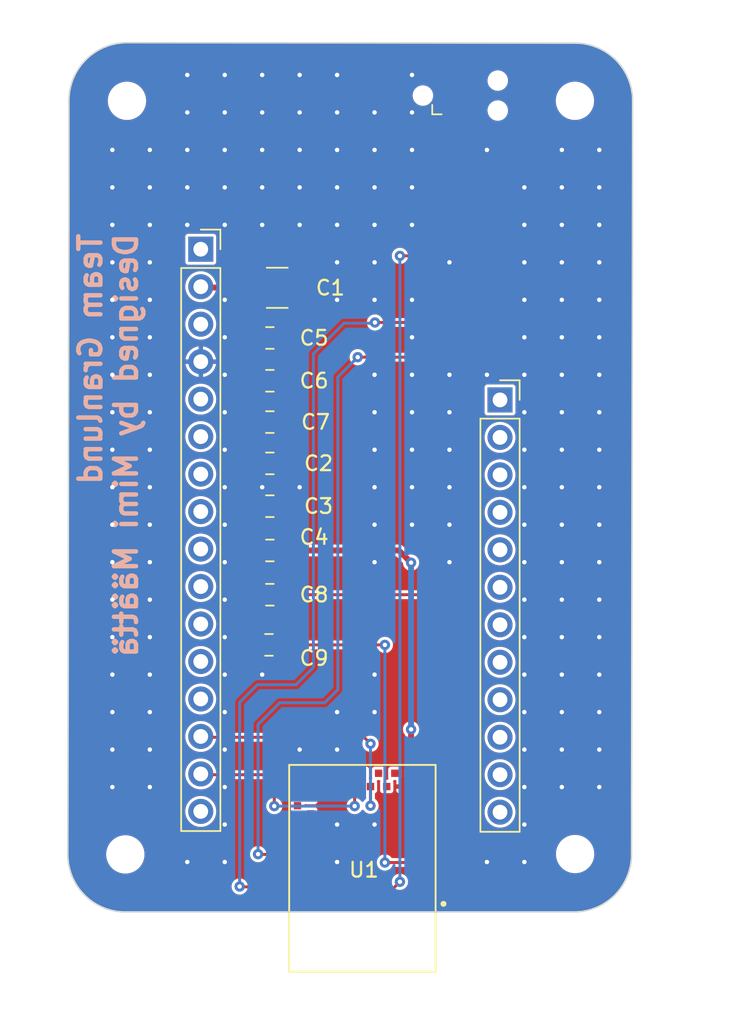
<source format=kicad_pcb>
(kicad_pcb (version 20221018) (generator pcbnew)
  (layers (0 "F.Cu" signal) (31 "B.Cu" signal) (34 "B.Paste" user) (35 "F.Paste" user) (36 "B.SilkS" user "B.Silkscreen") (37 "F.SilkS" user "F.Silkscreen") (38 "B.Mask" user) (39 "F.Mask" user) (44 "Edge.Cuts" user))
  (net 0 "")
  (net 1 "VCC")
  (net 2 "GND")
  (net 3 "Net-(U1-P0.26)")
  (net 4 "Net-(U1-P0.25)")
  (net 16 "/RX")
  (net 17 "/TX")
  (net 31 "/SW_DIO")
  (net 32 "/RESET")
  (net 33 "/SW_CLK")
  (footprint "Connector_PinSocket_2.54mm:PinSocket_1x16_P2.54mm_Vertical" (layer "F.Cu") (at 213.2838 106.299)
    (fp_text reference "J1" hide)
    (fp_text value "Conn_01x16_Socket" hide)
    (fp_line (start -1.33 1.27) (end -1.33 39.43) (stroke (width 0.12)) (layer "F.SilkS"))
    (fp_line (start -1.33 1.27) (end 1.33 1.27) (stroke (width 0.12)) (layer "F.SilkS"))
    (fp_line (start -1.33 39.43) (end 1.33 39.43) (stroke (width 0.12)) (layer "F.SilkS"))
    (fp_line (start 0 -1.33) (end 1.33 -1.33) (stroke (width 0.12)) (layer "F.SilkS"))
    (fp_line (start 1.33 -1.33) (end 1.33 0) (stroke (width 0.12)) (layer "F.SilkS"))
    (fp_line (start 1.33 1.27) (end 1.33 39.43) (stroke (width 0.12)) (layer "F.SilkS"))
    (pad "1" thru_hole rect (at 0 0) (size 1.7 1.7) (drill 1) (layers "*.Cu" "*.Mask"))
    (pad "2" thru_hole oval (at 0 2.54) (size 1.7 1.7) (drill 1) (layers "*.Cu" "*.Mask") (net 1 "VCC"))
    (pad "3" thru_hole oval (at 0 5.08) (size 1.7 1.7) (drill 1) (layers "*.Cu" "*.Mask"))
    (pad "4" thru_hole oval (at 0 7.62) (size 1.7 1.7) (drill 1) (layers "*.Cu" "*.Mask") (net 2 "GND"))
    (pad "5" thru_hole oval (at 0 10.16) (size 1.7 1.7) (drill 1) (layers "*.Cu" "*.Mask"))
    (pad "6" thru_hole oval (at 0 12.7) (size 1.7 1.7) (drill 1) (layers "*.Cu" "*.Mask"))
    (pad "7" thru_hole oval (at 0 15.24) (size 1.7 1.7) (drill 1) (layers "*.Cu" "*.Mask"))
    (pad "8" thru_hole oval (at 0 17.78) (size 1.7 1.7) (drill 1) (layers "*.Cu" "*.Mask"))
    (pad "9" thru_hole oval (at 0 20.32) (size 1.7 1.7) (drill 1) (layers "*.Cu" "*.Mask"))
    (pad "10" thru_hole oval (at 0 22.86) (size 1.7 1.7) (drill 1) (layers "*.Cu" "*.Mask"))
    (pad "11" thru_hole oval (at 0 25.4) (size 1.7 1.7) (drill 1) (layers "*.Cu" "*.Mask"))
    (pad "12" thru_hole oval (at 0 27.94) (size 1.7 1.7) (drill 1) (layers "*.Cu" "*.Mask"))
    (pad "13" thru_hole oval (at 0 30.48) (size 1.7 1.7) (drill 1) (layers "*.Cu" "*.Mask"))
    (pad "14" thru_hole oval (at 0 33.02) (size 1.7 1.7) (drill 1) (layers "*.Cu" "*.Mask") (net 16 "/RX"))
    (pad "15" thru_hole oval (at 0 35.56) (size 1.7 1.7) (drill 1) (layers "*.Cu" "*.Mask") (net 17 "/TX"))
    (pad "16" thru_hole oval (at 0 38.1) (size 1.7 1.7) (drill 1) (layers "*.Cu" "*.Mask"))
  )
  (footprint "Capacitor_SMD:C_0805_2012Metric_Pad1.18x1.45mm_HandSolder" (layer "F.Cu") (at 217.97 118.0135 180)
    (fp_text reference "C7" (at -3.1 0) (layer "F.SilkS") (effects (font (thickness 0.156))))
    (fp_text value "100n")
    (fp_line (start -0.261252 -0.735) (end 0.261252 -0.735) (stroke (width 0.12)) (layer "F.SilkS"))
    (fp_line (start -0.261252 0.735) (end 0.261252 0.735) (stroke (width 0.12)) (layer "F.SilkS"))
    (pad "1" smd roundrect (at -1.0375 0 180) (size 1.175 1.45) (layers "F.Cu" "F.Paste" "F.Mask") (roundrect_rratio 0.2127659574) (net 1 "VCC"))
    (pad "2" smd roundrect (at 1.0375 0 180) (size 1.175 1.45) (layers "F.Cu" "F.Paste" "F.Mask") (roundrect_rratio 0.2127659574) (net 2 "GND"))
  )
  (footprint "Capacitor_SMD:C_0805_2012Metric_Pad1.18x1.45mm_HandSolder" (layer "F.Cu") (at 217.97 112.3135 180)
    (fp_text reference "C5" (at -3 0) (layer "F.SilkS") (effects (font (thickness 0.156))))
    (fp_text value "10u")
    (fp_line (start -0.261252 -0.735) (end 0.261252 -0.735) (stroke (width 0.12)) (layer "F.SilkS"))
    (fp_line (start -0.261252 0.735) (end 0.261252 0.735) (stroke (width 0.12)) (layer "F.SilkS"))
    (pad "1" smd roundrect (at -1.0375 0 180) (size 1.175 1.45) (layers "F.Cu" "F.Paste" "F.Mask") (roundrect_rratio 0.2127659574) (net 1 "VCC"))
    (pad "2" smd roundrect (at 1.0375 0 180) (size 1.175 1.45) (layers "F.Cu" "F.Paste" "F.Mask") (roundrect_rratio 0.2127659574) (net 2 "GND"))
  )
  (footprint "Capacitor_SMD:C_0805_2012Metric_Pad1.18x1.45mm_HandSolder" (layer "F.Cu") (at 217.97 126.7135)
    (fp_text reference "C4" (at 3 -0.9) (layer "F.SilkS") (effects (font (thickness 0.156))))
    (fp_text value "100n")
    (fp_line (start -0.261252 -0.735) (end 0.261252 -0.735) (stroke (width 0.12)) (layer "F.SilkS"))
    (fp_line (start -0.261252 0.735) (end 0.261252 0.735) (stroke (width 0.12)) (layer "F.SilkS"))
    (pad "1" smd roundrect (at -1.0375 0) (size 1.175 1.45) (layers "F.Cu" "F.Paste" "F.Mask") (roundrect_rratio 0.2127659574) (net 2 "GND"))
    (pad "2" smd roundrect (at 1.0375 0) (size 1.175 1.45) (layers "F.Cu" "F.Paste" "F.Mask") (roundrect_rratio 0.2127659574) (net 1 "VCC"))
  )
  (footprint "Connector_PinSocket_2.54mm:PinSocket_1x12_P2.54mm_Vertical" (layer "F.Cu") (at 233.5784 116.5098)
    (fp_text reference "J2" hide)
    (fp_text value "Conn_01x12_Socket" hide)
    (fp_line (start -1.33 1.27) (end -1.33 29.27) (stroke (width 0.12)) (layer "F.SilkS"))
    (fp_line (start -1.33 1.27) (end 1.33 1.27) (stroke (width 0.12)) (layer "F.SilkS"))
    (fp_line (start -1.33 29.27) (end 1.33 29.27) (stroke (width 0.12)) (layer "F.SilkS"))
    (fp_line (start 0 -1.33) (end 1.33 -1.33) (stroke (width 0.12)) (layer "F.SilkS"))
    (fp_line (start 1.33 -1.33) (end 1.33 0) (stroke (width 0.12)) (layer "F.SilkS"))
    (fp_line (start 1.33 1.27) (end 1.33 29.27) (stroke (width 0.12)) (layer "F.SilkS"))
    (pad "1" thru_hole rect (at 0 0) (size 1.7 1.7) (drill 1) (layers "*.Cu" "*.Mask"))
    (pad "2" thru_hole oval (at 0 2.54) (size 1.7 1.7) (drill 1) (layers "*.Cu" "*.Mask"))
    (pad "3" thru_hole oval (at 0 5.08) (size 1.7 1.7) (drill 1) (layers "*.Cu" "*.Mask"))
    (pad "4" thru_hole oval (at 0 7.62) (size 1.7 1.7) (drill 1) (layers "*.Cu" "*.Mask"))
    (pad "5" thru_hole oval (at 0 10.16) (size 1.7 1.7) (drill 1) (layers "*.Cu" "*.Mask"))
    (pad "6" thru_hole oval (at 0 12.7) (size 1.7 1.7) (drill 1) (layers "*.Cu" "*.Mask"))
    (pad "7" thru_hole oval (at 0 15.24) (size 1.7 1.7) (drill 1) (layers "*.Cu" "*.Mask"))
    (pad "8" thru_hole oval (at 0 17.78) (size 1.7 1.7) (drill 1) (layers "*.Cu" "*.Mask"))
    (pad "9" thru_hole oval (at 0 20.32) (size 1.7 1.7) (drill 1) (layers "*.Cu" "*.Mask"))
    (pad "10" thru_hole oval (at 0 22.86) (size 1.7 1.7) (drill 1) (layers "*.Cu" "*.Mask"))
    (pad "11" thru_hole oval (at 0 25.4) (size 1.7 1.7) (drill 1) (layers "*.Cu" "*.Mask"))
    (pad "12" thru_hole oval (at 0 27.94) (size 1.7 1.7) (drill 1) (layers "*.Cu" "*.Mask"))
  )
  (footprint "Capacitor_SMD:C_0805_2012Metric_Pad1.18x1.45mm_HandSolder" (layer "F.Cu") (at 217.97 129.7135 180)
    (fp_text reference "C8" (at -3 0) (layer "F.SilkS") (effects (font (thickness 0.156))))
    (fp_text value "12p")
    (fp_line (start -0.261252 -0.735) (end 0.261252 -0.735) (stroke (width 0.12)) (layer "F.SilkS"))
    (fp_line (start -0.261252 0.735) (end 0.261252 0.735) (stroke (width 0.12)) (layer "F.SilkS"))
    (pad "1" smd roundrect (at -1.0375 0 180) (size 1.175 1.45) (layers "F.Cu" "F.Paste" "F.Mask") (roundrect_rratio 0.2127659574) (net 3 "Net-(U1-P0.26)"))
    (pad "2" smd roundrect (at 1.0375 0 180) (size 1.175 1.45) (layers "F.Cu" "F.Paste" "F.Mask") (roundrect_rratio 0.2127659574) (net 2 "GND"))
  )
  (footprint "BMD-301-A-R:BMD-301-A-R" (layer "F.Cu") (at 224.245 148.2635 180)
    (fp_text reference "U1" (at -0.1 -0.1) (layer "F.SilkS") (effects (font (thickness 0.156))))
    (fp_text value "BMD-301-A-R")
    (fp_line (start -4.965 -7) (end 4.965 -7) (stroke (width 0.127)) (layer "F.SilkS"))
    (fp_line (start -4.965 7.015) (end -4.965 -7) (stroke (width 0.127)) (layer "F.SilkS"))
    (fp_line (start 4.965 -7) (end 4.965 7.015) (stroke (width 0.127)) (layer "F.SilkS"))
    (fp_line (start 4.965 7.015) (end -4.965 7.015) (stroke (width 0.127)) (layer "F.SilkS"))
    (fp_circle (center -5.5 -2.4) (end -5.4 -2.4) (stroke (width 0.2)) (fill none) (layer "F.SilkS"))
    (pad "1" smd rect (at -4.4 -2.35 90) (size 0.5 0.5) (layers "F.Cu" "F.Paste" "F.Mask") (net 2 "GND"))
    (pad "2" smd rect (at -3.5 -1.8 90) (size 0.5 0.5) (layers "F.Cu" "F.Paste" "F.Mask") (net 2 "GND"))
    (pad "3" smd rect (at -4.4 -1.25 90) (size 0.5 0.5) (layers "F.Cu" "F.Paste" "F.Mask") (net 2 "GND"))
    (pad "4" smd rect (at -3.5 -0.7 90) (size 0.5 0.5) (layers "F.Cu" "F.Paste" "F.Mask") (net 2 "GND"))
    (pad "5" smd rect (at -4.4 -0.15 90) (size 0.5 0.5) (layers "F.Cu" "F.Paste" "F.Mask") (net 2 "GND"))
    (pad "6" smd rect (at -3.5 0.4 90) (size 0.5 0.5) (layers "F.Cu" "F.Paste" "F.Mask") (net 4 "Net-(U1-P0.25)"))
    (pad "7" smd rect (at -4.4 0.95 90) (size 0.5 0.5) (layers "F.Cu" "F.Paste" "F.Mask") (net 3 "Net-(U1-P0.26)"))
    (pad "8" smd rect (at -3.5 1.5 90) (size 0.5 0.5) (layers "F.Cu" "F.Paste" "F.Mask"))
    (pad "9" smd rect (at -4.4 2.05 90) (size 0.5 0.5) (layers "F.Cu" "F.Paste" "F.Mask"))
    (pad "10" smd rect (at -3.5 2.6 90) (size 0.5 0.5) (layers "F.Cu" "F.Paste" "F.Mask"))
    (pad "11" smd rect (at -4.4 3.15 90) (size 0.5 0.5) (layers "F.Cu" "F.Paste" "F.Mask"))
    (pad "12" smd rect (at -3.5 3.7 90) (size 0.5 0.5) (layers "F.Cu" "F.Paste" "F.Mask"))
    (pad "13" smd rect (at -4.4 4.25 90) (size 0.5 0.5) (layers "F.Cu" "F.Paste" "F.Mask"))
    (pad "14" smd rect (at -3.5 4.8 90) (size 0.5 0.5) (layers "F.Cu" "F.Paste" "F.Mask"))
    (pad "15" smd rect (at -4.4 5.35 90) (size 0.5 0.5) (layers "F.Cu" "F.Paste" "F.Mask"))
    (pad "16" smd rect (at -4.4 6.45 90) (size 0.5 0.5) (layers "F.Cu" "F.Paste" "F.Mask") (net 2 "GND"))
    (pad "17" smd rect (at -3.3 6.45 90) (size 0.5 0.5) (layers "F.Cu" "F.Paste" "F.Mask") (net 1 "VCC"))
    (pad "18" smd rect (at -2.75 5.55 90) (size 0.5 0.5) (layers "F.Cu" "F.Paste" "F.Mask") (net 2 "GND"))
    (pad "19" smd rect (at -2.2 6.45 90) (size 0.5 0.5) (layers "F.Cu" "F.Paste" "F.Mask"))
    (pad "20" smd rect (at -1.65 5.55 90) (size 0.5 0.5) (layers "F.Cu" "F.Paste" "F.Mask"))
    (pad "21" smd rect (at -1.1 6.45 90) (size 0.5 0.5) (layers "F.Cu" "F.Paste" "F.Mask"))
    (pad "22" smd rect (at -0.55 5.55 90) (size 0.5 0.5) (layers "F.Cu" "F.Paste" "F.Mask") (net 16 "/RX"))
    (pad "23" smd rect (at 0 6.45 90) (size 0.5 0.5) (layers "F.Cu" "F.Paste" "F.Mask"))
    (pad "24" smd rect (at 0.55 5.55 90) (size 0.5 0.5) (layers "F.Cu" "F.Paste" "F.Mask") (net 17 "/TX"))
    (pad "25" smd rect (at 1.1 6.45 90) (size 0.5 0.5) (layers "F.Cu" "F.Paste" "F.Mask"))
    (pad "26" smd rect (at 1.65 5.55 90) (size 0.5 0.5) (layers "F.Cu" "F.Paste" "F.Mask"))
    (pad "27" smd rect (at 2.2 6.45 90) (size 0.5 0.5) (layers "F.Cu" "F.Paste" "F.Mask"))
    (pad "28" smd rect (at 2.75 5.55 90) (size 0.5 0.5) (layers "F.Cu" "F.Paste" "F.Mask"))
    (pad "29" smd rect (at 3.3 6.45 90) (size 0.5 0.5) (layers "F.Cu" "F.Paste" "F.Mask") (net 2 "GND"))
    (pad "30" smd rect (at 4.4 6.45 90) (size 0.5 0.5) (layers "F.Cu" "F.Paste" "F.Mask") (net 2 "GND"))
    (pad "31" smd rect (at 4.4 5.35 90) (size 0.5 0.5) (layers "F.Cu" "F.Paste" "F.Mask"))
    (pad "32" smd rect (at 3.5 4.8 90) (size 0.5 0.5) (layers "F.Cu" "F.Paste" "F.Mask"))
    (pad "33" smd rect (at 4.4 4.25 90) (size 0.5 0.5) (layers "F.Cu" "F.Paste" "F.Mask"))
    (pad "34" smd rect (at 3.5 3.7 90) (size 0.5 0.5) (layers "F.Cu" "F.Paste" "F.Mask"))
    (pad "35" smd rect (at 4.4 3.15 90) (size 0.5 0.5) (layers "F.Cu" "F.Paste" "F.Mask"))
    (pad "36" smd rect (at 3.5 2.6 90) (size 0.5 0.5) (layers "F.Cu" "F.Paste" "F.Mask"))
    (pad "37" smd rect (at 4.4 2.05 90) (size 0.5 0.5) (layers "F.Cu" "F.Paste" "F.Mask"))
    (pad "38" smd rect (at 3.5 1.5 90) (size 0.5 0.5) (layers "F.Cu" "F.Paste" "F.Mask"))
    (pad "39" smd rect (at 4.4 0.95 90) (size 0.5 0.5) (layers "F.Cu" "F.Paste" "F.Mask") (net 32 "/RESET"))
    (pad "40" smd rect (at 3.5 0.4 90) (size 0.5 0.5) (layers "F.Cu" "F.Paste" "F.Mask"))
    (pad "41" smd rect (at 4.4 -0.15 90) (size 0.5 0.5) (layers "F.Cu" "F.Paste" "F.Mask"))
    (pad "42" smd rect (at 3.5 -0.7 90) (size 0.5 0.5) (layers "F.Cu" "F.Paste" "F.Mask"))
    (pad "43" smd rect (at 4.4 -1.25 90) (size 0.5 0.5) (layers "F.Cu" "F.Paste" "F.Mask") (net 33 "/SW_CLK"))
    (pad "44" smd rect (at 3.5 -1.8 90) (size 0.5 0.5) (layers "F.Cu" "F.Paste" "F.Mask") (net 31 "/SW_DIO"))
    (pad "45" smd rect (at 4.4 -2.35 90) (size 0.5 0.5) (layers "F.Cu" "F.Paste" "F.Mask") (net 2 "GND"))
    (pad "46" smd rect (at 1.65 -2.35 90) (size 0.5 0.5) (layers "F.Cu" "F.Paste" "F.Mask") (net 2 "GND"))
    (pad "47" smd rect (at -1.65 -2.35 90) (size 0.5 0.5) (layers "F.Cu" "F.Paste" "F.Mask") (net 2 "GND"))
    (zone (net 0) (net_name "") (layer "F.Cu") (connect_pads (clearance 0)) (min_thickness 0.01)
      (keepout (tracks not_allowed) (vias not_allowed) (pads not_allowed) (copperpour not_allowed) (footprints allowed))
      (fill (thermal_gap 0.508) (thermal_bridge_width 0.508))
      (polygon (pts (xy 229.175 155.2635) (xy 219.275 155.2635) (xy 219.275 150.8735) (xy 229.175 150.8735)))
    )
  )
  (footprint "Connector:Tag-Connect_TC2030-IDC-NL_2x03_P1.27mm_Vertical" (layer "F.Cu") (at 230.886 95.885)
    (fp_text reference "TC1" hide)
    (fp_text value "TC2030-IDC" hide)
    (fp_line (start -1.905 1.27) (end -1.905 0.635) (stroke (width 0.12)) (layer "F.SilkS"))
    (fp_line (start -1.27 1.27) (end -1.905 1.27) (stroke (width 0.12)) (layer "F.SilkS"))
    (pad "" np_thru_hole circle (at -2.54 0) (size 0.9906 0.9906) (drill 0.9906) (layers "*.Cu" "*.Mask"))
    (pad "" np_thru_hole circle (at 2.54 -1.016) (size 0.9906 0.9906) (drill 0.9906) (layers "*.Cu" "*.Mask"))
    (pad "" np_thru_hole circle (at 2.54 1.016) (size 0.9906 0.9906) (drill 0.9906) (layers "*.Cu" "*.Mask"))
    (pad "1" connect circle (at -1.27 0.635) (size 0.7874 0.7874) (layers "F.Cu" "F.Mask") (net 31 "/SW_DIO"))
    (pad "2" connect circle (at -1.27 -0.635) (size 0.7874 0.7874) (layers "F.Cu" "F.Mask") (net 1 "VCC"))
    (pad "3" connect circle (at 0 0.635) (size 0.7874 0.7874) (layers "F.Cu" "F.Mask") (net 33 "/SW_CLK"))
    (pad "4" connect circle (at 0 -0.635) (size 0.7874 0.7874) (layers "F.Cu" "F.Mask") (net 32 "/RESET"))
    (pad "5" connect circle (at 1.27 0.635) (size 0.7874 0.7874) (layers "F.Cu" "F.Mask"))
    (pad "6" connect circle (at 1.27 -0.635) (size 0.7874 0.7874) (layers "F.Cu" "F.Mask") (net 2 "GND"))
    (zone (net 0) (net_name "") (layer "F.Cu") (connect_pads (clearance 0)) (min_thickness 0.254)
      (keepout (tracks allowed) (vias not_allowed) (pads allowed) (copperpour not_allowed) (footprints not_allowed))
      (fill (thermal_gap 0.508) (thermal_bridge_width 0.508))
      (polygon (pts (xy 232.156 95.25) (xy 229.616 95.25) (xy 229.616 96.52) (xy 232.156 96.52)))
    )
  )
  (footprint "MountingHole:MountingHole_2.2mm_M2" (layer "F.Cu") (at 208.28 96.2406)
    (fp_text reference "REF**" hide)
    (fp_text value "MountingHole_2.2mm_M2" hide)
    (pad "" np_thru_hole circle (at 0 0) (size 2.2 2.2) (drill 2.2) (layers "*.Cu" "*.Mask"))
  )
  (footprint "Capacitor_SMD:C_0805_2012Metric_Pad1.18x1.45mm_HandSolder" (layer "F.Cu") (at 217.97 123.7135)
    (fp_text reference "C3" (at 3.3 0) (layer "F.SilkS") (effects (font (thickness 0.156))))
    (fp_text value "1u")
    (fp_line (start -0.261252 -0.735) (end 0.261252 -0.735) (stroke (width 0.12)) (layer "F.SilkS"))
    (fp_line (start -0.261252 0.735) (end 0.261252 0.735) (stroke (width 0.12)) (layer "F.SilkS"))
    (pad "1" smd roundrect (at -1.0375 0) (size 1.175 1.45) (layers "F.Cu" "F.Paste" "F.Mask") (roundrect_rratio 0.2127659574) (net 2 "GND"))
    (pad "2" smd roundrect (at 1.0375 0) (size 1.175 1.45) (layers "F.Cu" "F.Paste" "F.Mask") (roundrect_rratio 0.2127659574) (net 1 "VCC"))
  )
  (footprint "Capacitor_SMD:C_0805_2012Metric_Pad1.18x1.45mm_HandSolder" (layer "F.Cu") (at 217.97 120.8135)
    (fp_text reference "C2" (at 3.3 0) (layer "F.SilkS") (effects (font (thickness 0.156))))
    (fp_text value "10u")
    (fp_line (start -0.261252 -0.735) (end 0.261252 -0.735) (stroke (width 0.12)) (layer "F.SilkS"))
    (fp_line (start -0.261252 0.735) (end 0.261252 0.735) (stroke (width 0.12)) (layer "F.SilkS"))
    (pad "1" smd roundrect (at -1.0375 0) (size 1.175 1.45) (layers "F.Cu" "F.Paste" "F.Mask") (roundrect_rratio 0.2127659574) (net 2 "GND"))
    (pad "2" smd roundrect (at 1.0375 0) (size 1.175 1.45) (layers "F.Cu" "F.Paste" "F.Mask") (roundrect_rratio 0.2127659574) (net 1 "VCC"))
  )
  (footprint "MountingHole:MountingHole_2.2mm_M2" (layer "F.Cu") (at 208.17 147.3135)
    (fp_text reference "REF**" hide)
    (fp_text value "MountingHole_2.2mm_M2" hide)
    (pad "" np_thru_hole circle (at 0 0) (size 2.2 2.2) (drill 2.2) (layers "F&B.Cu" "*.Mask"))
  )
  (footprint "Capacitor_SMD:C_0805_2012Metric_Pad1.18x1.45mm_HandSolder" (layer "F.Cu") (at 217.9075 133.1135 180)
    (fp_text reference "C9" (at -3.0625 -0.9) (layer "F.SilkS") (effects (font (thickness 0.156))))
    (fp_text value "12p")
    (fp_line (start -0.261252 -0.735) (end 0.261252 -0.735) (stroke (width 0.12)) (layer "F.SilkS"))
    (fp_line (start -0.261252 0.735) (end 0.261252 0.735) (stroke (width 0.12)) (layer "F.SilkS"))
    (pad "1" smd roundrect (at -1.0375 0 180) (size 1.175 1.45) (layers "F.Cu" "F.Paste" "F.Mask") (roundrect_rratio 0.2127659574) (net 4 "Net-(U1-P0.25)"))
    (pad "2" smd roundrect (at 1.0375 0 180) (size 1.175 1.45) (layers "F.Cu" "F.Paste" "F.Mask") (roundrect_rratio 0.2127659574) (net 2 "GND"))
  )
  (footprint "MountingHole:MountingHole_2.2mm_M2" (layer "F.Cu") (at 238.67 147.2885)
    (fp_text reference "REF**" hide)
    (fp_text value "MountingHole_2.2mm_M2" hide)
    (pad "" np_thru_hole circle (at 0 0) (size 2.2 2.2) (drill 2.2) (layers "F&B.Cu" "*.Mask"))
  )
  (footprint "MountingHole:MountingHole_2.2mm_M2" (layer "F.Cu") (at 238.6584 96.2406)
    (fp_text reference "REF**" hide)
    (fp_text value "MountingHole_2.2mm_M2" hide)
    (pad "" np_thru_hole circle (at 0 0) (size 2.2 2.2) (drill 2.2) (layers "*.Cu" "*.Mask"))
  )
  (footprint "Capacitor_SMD:C_0805_2012Metric_Pad1.18x1.45mm_HandSolder" (layer "F.Cu") (at 217.97 115.2135 180)
    (fp_text reference "C6" (at -3 0) (layer "F.SilkS") (effects (font (thickness 0.156))))
    (fp_text value "1u")
    (fp_line (start -0.261252 -0.735) (end 0.261252 -0.735) (stroke (width 0.12)) (layer "F.SilkS"))
    (fp_line (start -0.261252 0.735) (end 0.261252 0.735) (stroke (width 0.12)) (layer "F.SilkS"))
    (pad "1" smd roundrect (at -1.0375 0 180) (size 1.175 1.45) (layers "F.Cu" "F.Paste" "F.Mask") (roundrect_rratio 0.2127659574) (net 1 "VCC"))
    (pad "2" smd roundrect (at 1.0375 0 180) (size 1.175 1.45) (layers "F.Cu" "F.Paste" "F.Mask") (roundrect_rratio 0.2127659574) (net 2 "GND"))
  )
  (footprint "Capacitor_SMD:C_1210_3225Metric_Pad1.33x2.70mm_HandSolder" (layer "F.Cu") (at 218.47 108.9135)
    (fp_text reference "C1" (at 3.6 0) (layer "F.SilkS") (effects (font (thickness 0.156))))
    (fp_text value "100u")
    (fp_line (start -0.711252 -1.36) (end 0.711252 -1.36) (stroke (width 0.12)) (layer "F.SilkS"))
    (fp_line (start -0.711252 1.36) (end 0.711252 1.36) (stroke (width 0.12)) (layer "F.SilkS"))
    (pad "1" smd roundrect (at -1.5625 0) (size 1.325 2.7) (layers "F.Cu" "F.Paste" "F.Mask") (roundrect_rratio 0.1886792453) (net 2 "GND"))
    (pad "2" smd roundrect (at 1.5625 0) (size 1.325 2.7) (layers "F.Cu" "F.Paste" "F.Mask") (roundrect_rratio 0.1886792453) (net 1 "VCC"))
  )
  (gr_arc (start 208.17 151.2135) (mid 205.412284 150.071216) (end 204.27 147.3135) (stroke (width 0.1)) (layer "Edge.Cuts"))
  (gr_line (start 208.28 92.3036) (end 238.6584 92.329) (stroke (width 0.1)) (layer "Edge.Cuts"))
  (gr_arc (start 242.495 147.3135) (mid 241.352716 150.071216) (end 238.595 151.2135) (stroke (width 0.1)) (layer "Edge.Cuts"))
  (gr_arc (start 204.343 96.2406) (mid 205.496121 93.456721) (end 208.28 92.3036) (stroke (width 0.1)) (layer "Edge.Cuts"))
  (gr_line (start 204.343 96.2406) (end 204.343 101.1174) (stroke (width 0.1)) (layer "Edge.Cuts"))
  (gr_line (start 204.345 103.6135) (end 204.27 147.3135) (stroke (width 0.1)) (layer "Edge.Cuts"))
  (gr_line (start 242.57 96.2406) (end 242.495 147.3135) (stroke (width 0.1)) (layer "Edge.Cuts"))
  (gr_line (start 204.343 101.1174) (end 204.345 103.6135) (stroke (width 0.1)) (layer "Edge.Cuts"))
  (gr_arc (start 238.6584 92.329) (mid 241.424319 93.474681) (end 242.57 96.2406) (stroke (width 0.1)) (layer "Edge.Cuts"))
  (gr_line (start 238.595 151.2135) (end 208.17 151.2135) (stroke (width 0.1)) (layer "Edge.Cuts"))
  (gr_text "Team Granlund\nDesigned by Mimi Määttä" (at 209.0928 105.0798 90) (layer "B.SilkS") (effects (font (size 1.5 1.5) (thickness 0.3) bold) (justify left bottom mirror)))
  (segment (start 215.895 106.3385) (end 219.145 106.3385) (width 0.4) (layer "F.Cu") (net 1))
  (segment (start 229.616 94.234) (end 229.616 95.25) (width 0.4) (layer "F.Cu") (net 1))
  (segment (start 219.0075 115.2135) (end 219.0075 118.0135) (width 0.4) (layer "F.Cu") (net 1))
  (segment (start 220.0325 107.226) (end 220.0325 108.9135) (width 0.4) (layer "F.Cu") (net 1))
  (segment (start 219.0075 123.7135) (end 219.0075 126.7135) (width 0.4) (layer "F.Cu") (net 1))
  (segment (start 219.0075 126.7135) (end 226.72 126.7135) (width 0.4) (layer "F.Cu") (net 1))
  (segment (start 219.0075 118.0135) (end 219.0075 120.8135) (width 0.4) (layer "F.Cu") (net 1))
  (segment (start 220.0325 108.9135) (end 223.0645 108.9135) (width 0.4) (layer "F.Cu") (net 1))
  (segment (start 229.108 93.726) (end 229.616 94.234) (width 0.4) (layer "F.Cu") (net 1))
  (segment (start 220.0325 108.9135) (end 220.0325 111.2885) (width 0.4) (layer "F.Cu") (net 1))
  (segment (start 224.2566 95.7834) (end 226.314 93.726) (width 0.4) (layer "F.Cu") (net 1))
  (segment (start 215.445 106.7885) (end 215.895 106.3385) (width 0.4) (layer "F.Cu") (net 1))
  (segment (start 219.0075 120.8135) (end 219.0075 123.7135) (width 0.4) (layer "F.Cu") (net 1))
  (segment (start 223.0645 108.9135) (end 224.2566 107.7214) (width 0.4) (layer "F.Cu") (net 1))
  (segment (start 226.314 93.726) (end 229.108 93.726) (width 0.4) (layer "F.Cu") (net 1))
  (segment (start 224.2566 107.7214) (end 224.2566 97.536) (width 0.4) (layer "F.Cu") (net 1))
  (segment (start 224.2566 97.536) (end 224.2566 95.7834) (width 0.4) (layer "F.Cu") (net 1))
  (segment (start 215.445 108.4885) (end 215.445 106.7885) (width 0.4) (layer "F.Cu") (net 1))
  (segment (start 213.275 108.8935) (end 215.04 108.8935) (width 0.4) (layer "F.Cu") (net 1))
  (segment (start 227.545 138.8385) (end 227.545 141.8135) (width 0.4) (layer "F.Cu") (net 1))
  (segment (start 220.0325 111.2885) (end 219.0075 112.3135) (width 0.4) (layer "F.Cu") (net 1))
  (segment (start 219.0075 112.3135) (end 219.0075 115.2135) (width 0.4) (layer "F.Cu") (net 1))
  (segment (start 226.72 126.7135) (end 227.545 127.5385) (width 0.4) (layer "F.Cu") (net 1))
  (segment (start 215.04 108.8935) (end 215.445 108.4885) (width 0.4) (layer "F.Cu") (net 1))
  (segment (start 219.145 106.3385) (end 220.0325 107.226) (width 0.4) (layer "F.Cu") (net 1))
  (via (at 227.545 138.8385) (size 0.7) (drill 0.3) (layers "F.Cu" "B.Cu") (net 1))
  (via (at 227.545 127.5385) (size 0.7) (drill 0.3) (layers "F.Cu" "B.Cu") (net 1))
  (segment (start 227.545 127.5385) (end 227.545 138.8385) (width 0.4) (layer "B.Cu") (net 1))
  (via (at 209.8294 102.108) (size 0.7) (drill 0.3) (layers "F.Cu" "B.Cu") (net 2))
  (via (at 214.9094 117.348) (size 0.7) (drill 0.3) (layers "F.Cu" "B.Cu") (net 2))
  (via (at 240.3094 132.588) (size 0.7) (drill 0.3) (layers "F.Cu" "B.Cu") (net 2))
  (via (at 209.8294 130.048) (size 0.7) (drill 0.3) (layers "F.Cu" "B.Cu") (net 2))
  (via (at 225.0694 99.568) (size 0.7) (drill 0.3) (layers "F.Cu" "B.Cu") (net 2))
  (via (at 230.1494 117.348) (size 0.7) (drill 0.3) (layers "F.Cu" "B.Cu") (net 2))
  (via (at 214.9094 119.888) (size 0.7) (drill 0.3) (layers "F.Cu" "B.Cu") (net 2))
  (via (at 222.5294 109.728) (size 0.7) (drill 0.3) (layers "F.Cu" "B.Cu") (net 2))
  (via (at 237.7694 117.348) (size 0.7) (drill 0.3) (layers "F.Cu" "B.Cu") (net 2))
  (via (at 240.3094 122.428) (size 0.7) (drill 0.3) (layers "F.Cu" "B.Cu") (net 2))
  (via (at 217.4494 102.108) (size 0.7) (drill 0.3) (layers "F.Cu" "B.Cu") (net 2))
  (via (at 214.9094 112.268) (size 0.7) (drill 0.3) (layers "F.Cu" "B.Cu") (net 2))
  (via (at 237.7694 99.568) (size 0.7) (drill 0.3) (layers "F.Cu" "B.Cu") (net 2))
  (via (at 227.6094 94.488) (size 0.7) (drill 0.3) (layers "F.Cu" "B.Cu") (net 2))
  (via (at 235.2294 137.668) (size 0.7) (drill 0.3) (layers "F.Cu" "B.Cu") (net 2))
  (via (at 235.2294 112.268) (size 0.7) (drill 0.3) (layers "F.Cu" "B.Cu") (net 2))
  (via (at 207.2894 117.348) (size 0.7) (drill 0.3) (layers "F.Cu" "B.Cu") (net 2))
  (via (at 222.5294 140.208) (size 0.7) (drill 0.3) (layers "F.Cu" "B.Cu") (net 2))
  (via (at 240.3094 114.808) (size 0.7) (drill 0.3) (layers "F.Cu" "B.Cu") (net 2))
  (via (at 212.3694 94.488) (size 0.7) (drill 0.3) (layers "F.Cu" "B.Cu") (net 2))
  (via (at 235.2294 119.888) (size 0.7) (drill 0.3) (layers "F.Cu" "B.Cu") (net 2))
  (via (at 214.9094 99.568) (size 0.7) (drill 0.3) (layers "F.Cu" "B.Cu") (net 2))
  (via (at 214.9094 132.588) (size 0.7) (drill 0.3) (layers "F.Cu" "B.Cu") (net 2))
  (via (at 207.2894 132.588) (size 0.7) (drill 0.3) (layers "F.Cu" "B.Cu") (net 2))
  (via (at 222.5294 147.828) (size 0.7) (drill 0.3) (layers "F.Cu" "B.Cu") (net 2))
  (via (at 207.2894 137.668) (size 0.7) (drill 0.3) (layers "F.Cu" "B.Cu") (net 2))
  (via (at 237.7694 104.648) (size 0.7) (drill 0.3) (layers "F.Cu" "B.Cu") (net 2))
  (via (at 214.9094 135.128) (size 0.7) (drill 0.3) (layers "F.Cu" "B.Cu") (net 2))
  (via (at 207.2894 112.268) (size 0.7) (drill 0.3) (layers "F.Cu" "B.Cu") (net 2))
  (via (at 235.2294 132.588) (size 0.7) (drill 0.3) (layers "F.Cu" "B.Cu") (net 2))
  (via (at 235.2294 145.288) (size 0.7) (drill 0.3) (layers "F.Cu" "B.Cu") (net 2))
  (via (at 227.6094 97.028) (size 0.7) (drill 0.3) (layers "F.Cu" "B.Cu") (net 2))
  (via (at 237.7694 112.268) (size 0.7) (drill 0.3) (layers "F.Cu" "B.Cu") (net 2))
  (via (at 235.2294 104.648) (size 0.7) (drill 0.3) (layers "F.Cu" "B.Cu") (net 2))
  (via (at 240.3094 107.188) (size 0.7) (drill 0.3) (layers "F.Cu" "B.Cu") (net 2))
  (via (at 225.0694 137.668) (size 0.7) (drill 0.3) (layers "F.Cu" "B.Cu") (net 2))
  (via (at 240.3094 135.128) (size 0.7) (drill 0.3) (layers "F.Cu" "B.Cu") (net 2))
  (via (at 240.3094 117.348) (size 0.7) (drill 0.3) (layers "F.Cu" "B.Cu") (net 2))
  (via (at 227.6094 112.268) (size 0.7) (drill 0.3) (layers "F.Cu" "B.Cu") (net 2))
  (via (at 227.6094 122.428) (size 0.7) (drill 0.3) (layers "F.Cu" "B.Cu") (net 2))
  (via (at 240.3094 104.648) (size 0.7) (drill 0.3) (layers "F.Cu" "B.Cu") (net 2))
  (via (at 237.7694 119.888) (size 0.7) (drill 0.3) (layers "F.Cu" "B.Cu") (net 2))
  (via (at 225.0694 135.128) (size 0.7) (drill 0.3) (layers "F.Cu" "B.Cu") (net 2))
  (via (at 237.7694 102.108) (size 0.7) (drill 0.3) (layers "F.Cu" "B.Cu") (net 2))
  (via (at 214.9094 114.808) (size 0.7) (drill 0.3) (layers "F.Cu" "B.Cu") (net 2))
  (via (at 225.0694 114.808) (size 0.7) (drill 0.3) (layers "F.Cu" "B.Cu") (net 2))
  (via (at 225.0694 119.888) (size 0.7) (drill 0.3) (layers "F.Cu" "B.Cu") (net 2))
  (via (at 240.3094 99.568) (size 0.7) (drill 0.3) (layers "F.Cu" "B.Cu") (net 2))
  (via (at 214.9094 137.668) (size 0.7) (drill 0.3) (layers "F.Cu" "B.Cu") (net 2))
  (via (at 207.2894 127.508) (size 0.7) (drill 0.3) (layers "F.Cu" "B.Cu") (net 2))
  (via (at 212.3694 147.828) (size 0.7) (drill 0.3) (layers "F.Cu" "B.Cu") (net 2))
  (via (at 235.2294 124.968) (size 0.7) (drill 0.3) (layers "F.Cu" "B.Cu") (net 2))
  (via (at 225.0694 97.028) (size 0.7) (drill 0.3) (layers "F.Cu" "B.Cu") (net 2))
  (via (at 235.2294 130.048) (size 0.7) (drill 0.3) (layers "F.Cu" "B.Cu") (net 2))
  (via (at 230.1494 124.968) (size 0.7) (drill 0.3) (layers "F.Cu" "B.Cu") (net 2))
  (via (at 207.2894 122.428) (size 0.7) (drill 0.3) (layers "F.Cu" "B.Cu") (net 2))
  (via (at 235.2294 147.828) (size 0.7) (drill 0.3) (layers "F.Cu" "B.Cu") (net 2))
  (via (at 209.8294 104.648) (size 0.7) (drill 0.3) (layers "F.Cu" "B.Cu") (net 2))
  (via (at 240.3094 127.508) (size 0.7) (drill 0.3) (layers "F.Cu" "B.Cu") (net 2))
  (via (at 237.7694 132.588) (size 0.7) (drill 0.3) (layers "F.Cu" "B.Cu") (net 2))
  (via (at 230.1494 127.508) (size 0.7) (drill 0.3) (layers "F.Cu" "B.Cu") (net 2))
  (via (at 207.2894 104.648) (size 0.7) (drill 0.3) (layers "F.Cu" "B.Cu") (net 2))
  (via (at 235.2294 142.748) (size 0.7) (drill 0.3) (layers "F.Cu" "B.Cu") (net 2))
  (via (at 214.9094 124.968) (size 0.7) (drill 0.3) (layers "F.Cu" "B.Cu") (net 2))
  (via (at 209.8294 99.568) (size 0.7) (drill 0.3) (layers "F.Cu" "B.Cu") (net 2))
  (via (at 207.2894 99.568) (size 0.7) (drill 0.3) (layers "F.Cu" "B.Cu") (net 2))
  (via (at 214.9094 94.488) (size 0.7) (drill 0.3) (layers "F.Cu" "B.Cu") (net 2))
  (via (at 222.5294 94.488) (size 0.7) (drill 0.3) (layers "F.Cu" "B.Cu") (net 2))
  (via (at 235.2294 135.128) (size 0.7) (drill 0.3) (layers "F.Cu" "B.Cu") (net 2))
  (via (at 207.2894 135.128) (size 0.7) (drill 0.3) (layers "F.Cu" "B.Cu") (net 2))
  (via (at 222.5294 99.568) (size 0.7) (drill 0.3) (layers "F.Cu" "B.Cu") (net 2))
  (via (at 207.2894 107.188) (size 0.7) (drill 0.3) (layers "F.Cu" "B.Cu") (net 2))
  (via (at 217.4494 94.488) (size 0.7) (drill 0.3) (layers "F.Cu" "B.Cu") (net 2))
  (via (at 214.9094 102.108) (size 0.7) (drill 0.3) (layers "F.Cu" "B.Cu") (net 2))
  (via (at 212.3694 104.648) (size 0.7) (drill 0.3) (layers "F.Cu" "B.Cu") (net 2))
  (via (at 232.6894 114.808) (size 0.7) (drill 0.3) (layers "F.Cu" "B.Cu") (net 2))
  (via (at 212.3694 99.568) (size 0.7) (drill 0.3) (layers "F.Cu" "B.Cu") (net 2))
  (via (at 227.6094 99.568) (size 0.7) (drill 0.3) (layers "F.Cu" "B.Cu") (net 2))
  (via (at 237.7694 142.748) (size 0.7) (drill 0.3) (layers "F.Cu" "B.Cu") (net 2))
  (via (at 222.5294 102.108) (size 0.7) (drill 0.3) (layers "F.Cu" "B.Cu") (net 2))
  (via (at 214.9094 147.828) (size 0.7) (drill 0.3) (layers "F.Cu" "B.Cu") (net 2))
  (via (at 222.5294 145.288) (size 0.7) (drill 0.3) (layers "F.Cu" "B.Cu") (net 2))
  (via (at 214.9094 122.428) (size 0.7) (drill 0.3) (layers "F.Cu" "B.Cu") (net 2))
  (via (at 227.6094 104.648) (size 0.7) (drill 0.3) (layers "F.Cu" "B.Cu") (net 2))
  (via (at 207.2894 109.728) (size 0.7) (drill 0.3) (layers "F.Cu" "B.Cu") (net 2))
  (via (at 237.7694 130.048) (size 0.7) (drill 0.3) (layers "F.Cu" "B.Cu") (net 2))
  (via (at 209.8294 140.208) (size 0.7) (drill 0.3) (layers "F.Cu" "B.Cu") (net 2))
  (via (at 209.8294 117.348) (size 0.7) (drill 0.3) (layers "F.Cu" "B.Cu") (net 2))
  (via (at 214.9094 104.648) (size 0.7) (drill 0.3) (layers "F.Cu" "B.Cu") (net 2))
  (via (at 227.6094 119.888) (size 0.7) (drill 0.3) (layers "F.Cu" "B.Cu") (net 2))
  (via (at 230.1494 122.428) (size 0.7) (drill 0.3) (layers "F.Cu" "B.Cu") (net 2))
  (via (at 219.9894 97.028) (size 0.7) (drill 0.3) (layers "F.Cu" "B.Cu") (net 2))
  (via (at 235.2294 107.188) (size 0.7) (drill 0.3) (layers "F.Cu" "B.Cu") (net 2))
  (via (at 217.4494 122.428) (size 0.7) (drill 0.3) (layers "F.Cu" "B.Cu") (net 2))
  (via (at 209.8294 127.508) (size 0.7) (drill 0.3) (layers "F.Cu" "B.Cu") (net 2))
  (via (at 214.9094 127.508) (size 0.7) (drill 0.3) (layers "F.Cu" "B.Cu") (net 2))
  (via (at 209.8294 135.128) (size 0.7) (drill 0.3) (layers "F.Cu" "B.Cu") (net 2))
  (via (at 222.5294 104.648) (size 0.7) (drill 0.3) (layers "F.Cu" "B.Cu") (net 2))
  (via (at 214.9094 109.728) (size 0.7) (drill 0.3) (layers "F.Cu" "B.Cu") (net 2))
  (via (at 240.3094 140.208) (size 0.7) (drill 0.3) (layers "F.Cu" "B.Cu") (net 2))
  (via (at 235.2294 140.208) (size 0.7) (drill 0.3) (layers "F.Cu" "B.Cu") (net 2))
  (via (at 235.2294 109.728) (size 0.7) (drill 0.3) (layers "F.Cu" "B.Cu") (net 2))
  (via (at 240.3094 130.048) (size 0.7) (drill 0.3) (layers "F.Cu" "B.Cu") (net 2))
  (via (at 225.0694 124.968) (size 0.7) (drill 0.3) (layers "F.Cu" "B.Cu") (net 2))
  (via (at 209.8294 119.888) (size 0.7) (drill 0.3) (layers "F.Cu" "B.Cu") (net 2))
  (via (at 237.7694 109.728) (size 0.7) (drill 0.3) (layers "F.Cu" "B.Cu") (net 2))
  (via (at 209.8294 124.968) (size 0.7) (drill 0.3) (layers "F.Cu" "B.Cu") (net 2))
  (via (at 217.4494 104.648) (size 0.7) (drill 0.3) (layers "F.Cu" "B.Cu") (net 2))
  (via (at 237.7694 124.968) (size 0.7) (drill 0.3) (layers "F.Cu" "B.Cu") (net 2))
  (via (at 237.7694 137.668) (size 0.7) (drill 0.3) (layers "F.Cu" "B.Cu") (net 2))
  (via (at 219.9894 99.568) (size 0.7) (drill 0.3) (layers "F.Cu" "B.Cu") (net 2))
  (via (at 219.9894 122.428) (size 0.7) (drill 0.3) (layers "F.Cu" "B.Cu") (net 2))
  (via (at 207.2894 124.968) (size 0.7) (drill 0.3) (layers "F.Cu" "B.Cu") (net 2))
  (via (at 219.9894 94.488) (size 0.7) (drill 0.3) (layers "F.Cu" "B.Cu") (net 2))
  (via (at 237.7694 135.128) (size 0.7) (drill 0.3) (layers "F.Cu" "B.Cu") (net 2))
  (via (at 237.7694 140.208) (size 0.7) (drill 0.3) (layers "F.Cu" "B.Cu") (net 2))
  (via (at 237.7694 127.508) (size 0.7) (drill 0.3) (layers "F.Cu" "B.Cu") (net 2))
  (via (at 209.8294 114.808) (size 0.7) (drill 0.3) (layers "F.Cu" "B.Cu") (net 2))
  (via (at 235.2294 114.808) (size 0.7) (drill 0.3) (layers "F.Cu" "B.Cu") (net 2))
  (via (at 240.3094 142.748) (size 0.7) (drill 0.3) (layers "F.Cu" "B.Cu") (net 2))
  (via (at 240.3094 109.728) (size 0.7) (drill 0.3) (layers "F.Cu" "B.Cu") (net 2))
  (via (at 214.9094 130.048) (size 0.7) (drill 0.3) (layers "F.Cu" "B.Cu") (net 2))
  (via (at 222.5294 107.188) (size 0.7) (drill 0.3) (layers "F.Cu" "B.Cu") (net 2))
  (via (at 235.2294 117.348) (size 0.7) (drill 0.3) (layers "F.Cu" "B.Cu") (net 2))
  (via (at 225.0694 145.288) (size 0.7) (drill 0.3) (layers "F.Cu" "B.Cu") (net 2))
  (via (at 209.8294 142.748) (size 0.7) (drill 0.3) (layers "F.Cu" "B.Cu") (net 2))
  (via (at 232.6894 147.828) (size 0.7) (drill 0.3) (layers "F.Cu" "B.Cu") (net 2))
  (via (at 225.0694 104.648) (size 0.7) (drill 0.3) (layers "F.Cu" "B.Cu") (net 2))
  (via (at 235.2294 127.508) (size 0.7) (drill 0.3) (layers "F.Cu" "B.Cu") (net 2))
  (via (at 214.9094 97.028) (size 0.7) (drill 0.3) (layers "F.Cu" "B.Cu") (net 2))
  (via (at 227.6094 114.808) (size 0.7) (drill 0.3) (layers "F.Cu" "B.Cu") (net 2))
  (via (at 227.6094 117.348) (size 0.7) (drill 0.3) (layers "F.Cu" "B.Cu") (net 2))
  (via (at 217.4494 135.128) (size 0.7) (drill 0.3) (layers "F.Cu" "B.Cu") (net 2))
  (via (at 214.9094 140.208) (size 0.7) (drill 0.3) (layers "F.Cu" "B.Cu") (net 2))
  (via (at 237.7694 107.188) (size 0.7) (drill 0.3) (layers "F.Cu" "B.Cu") (net 2))
  (via (at 209.8294 137.668) (size 0.7) (drill 0.3) (layers "F.Cu" "B.Cu") (net 2))
  (via (at 230.1494 107.188) (size 0.7) (drill 0.3) (layers "F.Cu" "B.Cu") (net 2))
  (via (at 219.9894 104.648) (size 0.7) (drill 0.3) (layers "F.Cu" "B.Cu") (net 2))
  (via (at 227.6094 124.968) (size 0.7) (drill 0.3) (layers "F.Cu" "B.Cu") (net 2))
  (via (at 225.0694 109.728) (size 0.7) (drill 0.3) (layers "F.Cu" "B.Cu") (net 2))
  (via (at 235.2294 122.428) (size 0.7) (drill 0.3) (layers "F.Cu" "B.Cu") (net 2))
  (via (at 237.7694 122.428) (size 0.7) (drill 0.3) (layers "F.Cu" "B.Cu") (net 2))
  (via (at 240.3094 137.668) (size 0.7) (drill 0.3) (layers "F.Cu" "B.Cu") (net 2))
  (via (at 225.0694 117.348) (size 0.7) (drill 0.3) (layers "F.Cu" "B.Cu") (net 2))
  (via (at 240.3094 119.888) (size 0.7) (drill 0.3) (layers "F.Cu" "B.Cu") (net 2))
  (via (at 237.7694 114.808) (size 0.7) (drill 0.3) (layers "F.Cu" "B.Cu") (net 2))
  (via (at 230.1494 119.888) (size 0.7) (drill 0.3) (layers "F.Cu" "B.Cu") (net 2))
  (via (at 240.3094 112.268) (size 0.7) (drill 0.3) (layers "F.Cu" "B.Cu") (net 2))
  (via (at 219.9894 102.108) (size 0.7) (drill 0.3) (layers "F.Cu" "B.Cu") (net 2))
  (via (at 207.2894 142.748) (size 0.7) (drill 0.3) (layers "F.Cu" "B.Cu") (net 2))
  (via (at 232.6894 99.568) (size 0.7) (drill 0.3) (layers "F.Cu" "B.Cu") (net 2))
  (via (at 209.8294 107.188) (size 0.7) (drill 0.3) (layers "F.Cu" "B.Cu") (net 2))
  (via (at 212.3694 97.028) (size 0.7) (drill 0.3) (layers "F.Cu" "B.Cu") (net 2))
  (via (at 219.9894 140.208) (size 0.7) (drill 0.3) (layers "F.Cu" "B.Cu") (net 2))
  (via (at 207.2894 119.888) (size 0.7) (drill 0.3) (layers "F.Cu" "B.Cu") (net 2))
  (via (at 209.8294 132.588) (size 0.7) (drill 0.3) (layers "F.Cu" "B.Cu") (net 2))
  (via (at 230.1494 114.808) (size 0.7) (drill 0.3) (layers "F.Cu" "B.Cu") (net 2))
  (via (at 217.4494 97.028) (size 0.7) (drill 0.3) (layers "F.Cu" "B.Cu") (net 2))
  (via (at 227.6094 102.108) (size 0.7) (drill 0.3) (layers "F.Cu" "B.Cu") (net 2))
  (via (at 212.3694 102.108) (size 0.7) (drill 0.3) (layers "F.Cu" "B.Cu") (net 2))
  (via (at 225.0694 127.508) (size 0.7) (drill 0.3) (layers "F.Cu" "B.Cu") (net 2))
  (via (at 209.8294 112.268) (size 0.7) (drill 0.3) (layers "F.Cu" "B.Cu") (net 2))
  (via (at 235.2294 102.108) (size 0.7) (drill 0.3) (layers "F.Cu" "B.Cu") (net 2))
  (via (at 209.8294 122.428) (size 0.7) (drill 0.3) (layers "F.Cu" "B.Cu") (net 2))
  (via (at 207.2894 130.048) (size 0.7) (drill 0.3) (layers "F.Cu" "B.Cu") (net 2))
  (via (at 225.0694 107.188) (size 0.7) (drill 0.3) (layers "F.Cu" "B.Cu") (net 2))
  (via (at 214.9094 145.288) (size 0.7) (drill 0.3) (layers "F.Cu" "B.Cu") (net 2))
  (via (at 217.4494 99.568) (size 0.7) (drill 0.3) (layers "F.Cu" "B.Cu") (net 2))
  (via (at 240.3094 102.108) (size 0.7) (drill 0.3) (layers "F.Cu" "B.Cu") (net 2))
  (via (at 225.0694 122.428) (size 0.7) (drill 0.3) (layers "F.Cu" "B.Cu") (net 2))
  (via (at 222.5294 137.668) (size 0.7) (drill 0.3) (layers "F.Cu" "B.Cu") (net 2))
  (via (at 214.9094 142.748) (size 0.7) (drill 0.3) (layers "F.Cu" "B.Cu") (net 2))
  (via (at 227.6094 109.728) (size 0.7) (drill 0.3) (layers "F.Cu" "B.Cu") (net 2))
  (via (at 225.0694 102.108) (size 0.7) (drill 0.3) (layers "F.Cu" "B.Cu") (net 2))
  (via (at 209.8294 109.728) (size 0.7) (drill 0.3) (layers "F.Cu" "B.Cu") (net 2))
  (via (at 240.3094 124.968) (size 0.7) (drill 0.3) (layers "F.Cu" "B.Cu") (net 2))
  (via (at 207.2894 140.208) (size 0.7) (drill 0.3) (layers "F.Cu" "B.Cu") (net 2))
  (via (at 222.5294 97.028) (size 0.7) (drill 0.3) (layers "F.Cu" "B.Cu") (net 2))
  (via (at 207.2894 102.108) (size 0.7) (drill 0.3) (layers "F.Cu" "B.Cu") (net 2))
  (via (at 207.2894 114.808) (size 0.7) (drill 0.3) (layers "F.Cu" "B.Cu") (net 2))
  (segment (start 228.645 147.3135) (end 230.22 147.3135) (width 0.2) (layer "F.Cu") (net 3))
  (segment (start 230.595 146.9385) (end 230.595 131.318) (width 0.2) (layer "F.Cu") (net 3))
  (segment (start 228.9905 129.7135) (end 219.0075 129.7135) (width 0.2) (layer "F.Cu") (net 3))
  (segment (start 230.595 131.318) (end 228.9905 129.7135) (width 0.2) (layer "F.Cu") (net 3))
  (segment (start 230.22 147.3135) (end 230.595 146.9385) (width 0.2) (layer "F.Cu") (net 3))
  (segment (start 218.945 133.1135) (end 225.77 133.1135) (width 0.2) (layer "F.Cu") (net 4))
  (segment (start 225.77 147.8635) (end 227.745 147.8635) (width 0.2) (layer "F.Cu") (net 4))
  (via (at 225.77 133.1135) (size 0.7) (drill 0.3) (layers "F.Cu" "B.Cu") (net 4))
  (via (at 225.77 147.8635) (size 0.7) (drill 0.3) (layers "F.Cu" "B.Cu") (net 4))
  (segment (start 225.77 133.1135) (end 225.77 147.8635) (width 0.2) (layer "B.Cu") (net 4))
  (segment (start 213.275 139.3735) (end 224.355 139.3735) (width 0.2) (layer "F.Cu") (net 16))
  (segment (start 224.355 139.3735) (end 224.795 139.8135) (width 0.2) (layer "F.Cu") (net 16))
  (segment (start 224.795 144.0135) (end 224.795 142.7135) (width 0.2) (layer "F.Cu") (net 16))
  (via (at 224.795 139.8135) (size 0.7) (drill 0.3) (layers "F.Cu" "B.Cu") (net 16))
  (via (at 224.795 144.0135) (size 0.7) (drill 0.3) (layers "F.Cu" "B.Cu") (net 16))
  (segment (start 224.795 139.8135) (end 224.795 144.0135) (width 0.2) (layer "B.Cu") (net 16))
  (segment (start 223.72 142.7385) (end 223.695 142.7135) (width 0.2) (layer "F.Cu") (net 17))
  (segment (start 217.795 141.9135) (end 218.27 142.3885) (width 0.2) (layer "F.Cu") (net 17))
  (segment (start 218.27 142.3885) (end 218.27 144.0385) (width 0.2) (layer "F.Cu") (net 17))
  (segment (start 223.72 144.0385) (end 223.72 142.7385) (width 0.2) (layer "F.Cu") (net 17))
  (segment (start 213.275 141.9135) (end 217.795 141.9135) (width 0.2) (layer "F.Cu") (net 17))
  (via (at 223.72 144.0385) (size 0.7) (drill 0.3) (layers "F.Cu" "B.Cu") (net 17))
  (via (at 218.27 144.0385) (size 0.7) (drill 0.3) (layers "F.Cu" "B.Cu") (net 17))
  (segment (start 218.27 144.0385) (end 223.72 144.0385) (width 0.2) (layer "B.Cu") (net 17))
  (segment (start 221.021 149.7875) (end 220.745 150.0635) (width 0.2) (layer "F.Cu") (net 31))
  (segment (start 226.169 149.7875) (end 221.021 149.7875) (width 0.2) (layer "F.Cu") (net 31))
  (segment (start 228.5305 106.7495) (end 226.789 106.7495) (width 0.2) (layer "F.Cu") (net 31))
  (segment (start 229.616 105.664) (end 229.616 96.52) (width 0.2) (layer "F.Cu") (net 31))
  (segment (start 228.5305 106.7495) (end 229.616 105.664) (width 0.2) (layer "F.Cu") (net 31))
  (segment (start 226.789 149.1675) (end 226.169 149.7875) (width 0.2) (layer "F.Cu") (net 31))
  (via (at 226.789 149.1675) (size 0.7) (drill 0.3) (layers "F.Cu" "B.Cu") (net 31))
  (via (at 226.789 106.7495) (size 0.7) (drill 0.3) (layers "F.Cu" "B.Cu") (net 31))
  (segment (start 226.789 106.7495) (end 226.789 149.1675) (width 0.2) (layer "B.Cu") (net 31))
  (segment (start 229.362 113.6142) (end 230.0732 113.6142) (width 0.2) (layer "F.Cu") (net 32))
  (segment (start 232.41 102.108) (end 235.458 99.06) (width 0.2) (layer "F.Cu") (net 32))
  (segment (start 217.1889 147.3135) (end 217.17 147.2946) (width 0.2) (layer "F.Cu") (net 32))
  (segment (start 230.886 93.726) (end 230.886 95.25) (width 0.2) (layer "F.Cu") (net 32))
  (segment (start 235.458 94.234) (end 234.442 93.218) (width 0.2) (layer "F.Cu") (net 32))
  (segment (start 232.41 111.252) (end 232.41 102.108) (width 0.2) (layer "F.Cu") (net 32))
  (segment (start 219.845 147.3135) (end 217.1889 147.3135) (width 0.2) (layer "F.Cu") (net 32))
  (segment (start 234.442 93.218) (end 231.394 93.218) (width 0.2) (layer "F.Cu") (net 32))
  (segment (start 223.9264 113.6142) (end 229.362 113.6142) (width 0.2) (layer "F.Cu") (net 32))
  (segment (start 231.394 93.218) (end 230.886 93.726) (width 0.2) (layer "F.Cu") (net 32))
  (segment (start 229.362 113.6142) (end 230.0478 113.6142) (width 0.2) (layer "F.Cu") (net 32))
  (segment (start 235.458 99.06) (end 235.458 94.234) (width 0.2) (layer "F.Cu") (net 32))
  (segment (start 230.0478 113.6142) (end 232.41 111.252) (width 0.2) (layer "F.Cu") (net 32))
  (via (at 217.17 147.2946) (size 0.7) (drill 0.3) (layers "F.Cu" "B.Cu") (net 32))
  (via (at 223.9264 113.6142) (size 0.7) (drill 0.3) (layers "F.Cu" "B.Cu") (net 32))
  (segment (start 222.5802 114.9604) (end 223.9264 113.6142) (width 0.2) (layer "B.Cu") (net 32))
  (segment (start 222.5802 136.144) (end 222.5802 114.9604) (width 0.2) (layer "B.Cu") (net 32))
  (segment (start 217.17 138.5062) (end 218.6432 137.033) (width 0.2) (layer "B.Cu") (net 32))
  (segment (start 217.17 147.2946) (end 217.17 138.5062) (width 0.2) (layer "B.Cu") (net 32))
  (segment (start 221.6912 137.033) (end 222.5802 136.144) (width 0.2) (layer "B.Cu") (net 32))
  (segment (start 218.6432 137.033) (end 221.6912 137.033) (width 0.2) (layer "B.Cu") (net 32))
  (segment (start 228.6 111.2635) (end 225.095 111.2635) (width 0.2) (layer "F.Cu") (net 33))
  (segment (start 230.886 108.9775) (end 230.886 96.52) (width 0.2) (layer "F.Cu") (net 33))
  (segment (start 228.6 111.2635) (end 230.886 108.9775) (width 0.2) (layer "F.Cu") (net 33))
  (segment (start 215.945 149.5135) (end 215.92 149.4885) (width 0.2) (layer "F.Cu") (net 33))
  (segment (start 219.845 149.5135) (end 215.945 149.5135) (width 0.2) (layer "F.Cu") (net 33))
  (via (at 225.095 111.2635) (size 0.7) (drill 0.3) (layers "F.Cu" "B.Cu") (net 33))
  (via (at 215.92 149.4885) (size 0.7) (drill 0.3) (layers "F.Cu" "B.Cu") (net 33))
  (segment (start 225.045 111.3135) (end 225.095 111.2635) (width 0.2) (layer "B.Cu") (net 33))
  (segment (start 220.92 134.6385) (end 220.92 113.3885) (width 0.2) (layer "B.Cu") (net 33))
  (segment (start 220.92 113.3885) (end 222.995 111.3135) (width 0.2) (layer "B.Cu") (net 33))
  (segment (start 215.92 149.4885) (end 215.92 137.0135) (width 0.2) (layer "B.Cu") (net 33))
  (segment (start 222.995 111.3135) (end 225.045 111.3135) (width 0.2) (layer "B.Cu") (net 33))
  (segment (start 219.745 135.8135) (end 220.92 134.6385) (width 0.2) (layer "B.Cu") (net 33))
  (segment (start 217.12 135.8135) (end 219.745 135.8135) (width 0.2) (layer "B.Cu") (net 33))
  (segment (start 215.92 137.0135) (end 217.12 135.8135) (width 0.2) (layer "B.Cu") (net 33))
  (zone (net 2) (net_name "GND") (layers "F&B.Cu") (connect_pads (clearance 0.2)) (min_thickness 0.2) (fill yes (thermal_gap 0.2) (thermal_bridge_width 0.3))
    (polygon (pts (xy 202.692 89.408) (xy 247.904 89.662) (xy 249.174 158.6992) (xy 199.6694 158.8008)))
  )
)
</source>
